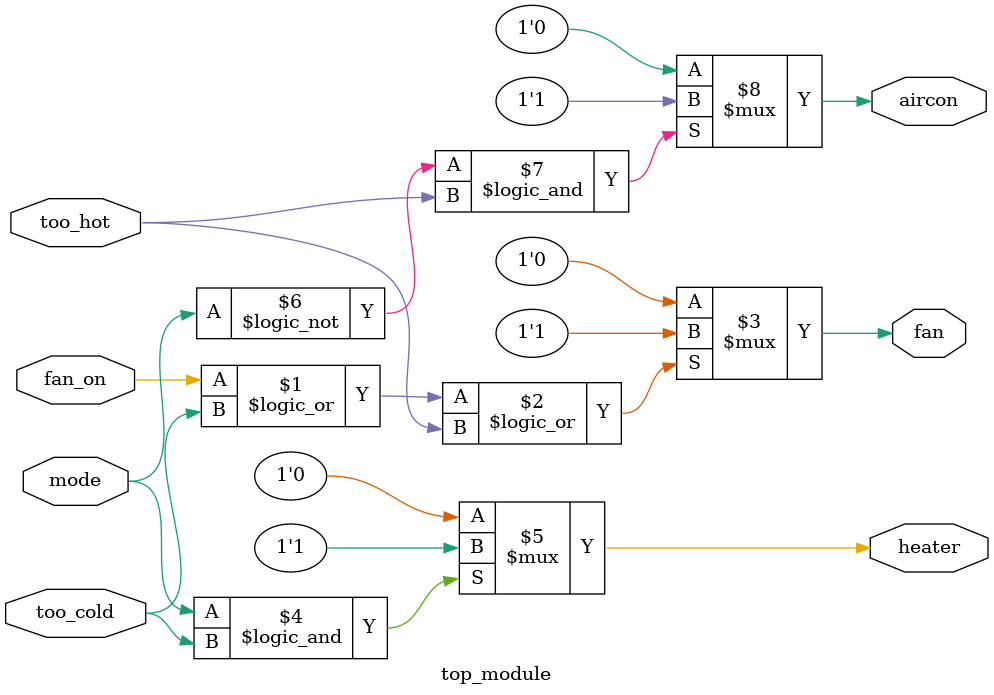
<source format=sv>
module top_module(
    input mode,
    input too_cold,
    input too_hot,
    input fan_on,
    output heater,
    output aircon,
    output fan
);

    assign fan = (fan_on || too_cold || too_hot) ? 1'b1 : 1'b0;
    assign heater = (mode && too_cold) ? 1'b1 : 1'b0;
    assign aircon = (!mode && too_hot) ? 1'b1 : 1'b0;

endmodule

</source>
